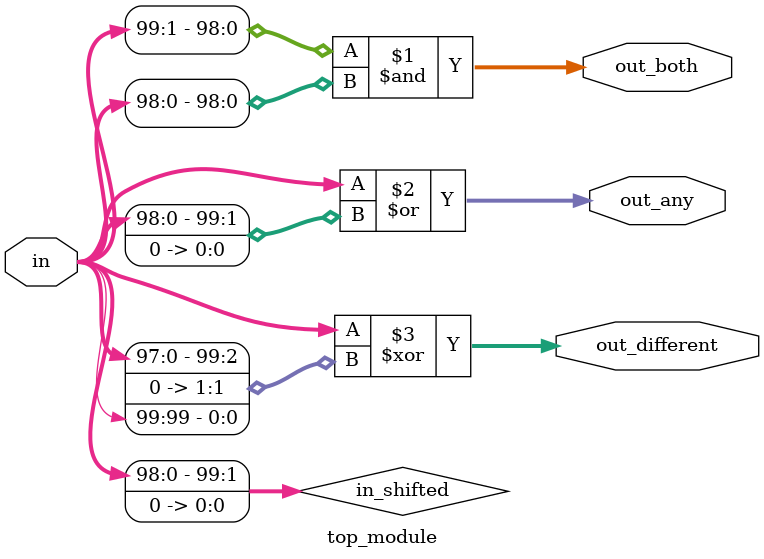
<source format=sv>
module top_module (
	input [99:0] in,
	output [98:0] out_both,
	output [99:0] out_any,
	output [99:0] out_different
);

    wire [99:0] in_shifted;
    assign in_shifted = {in[98:0], 1'b0};

    assign out_both = in[99:1] & in_shifted[99:1];
    assign out_any = in | in_shifted;
    assign out_different = in ^ {in_shifted[98:0], in[99]};

endmodule

</source>
